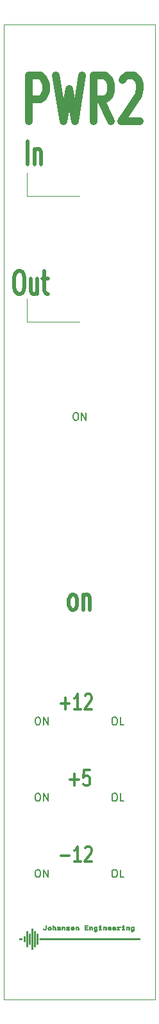
<source format=gbr>
%TF.GenerationSoftware,KiCad,Pcbnew,(5.1.5)-3*%
%TF.CreationDate,2020-03-17T21:30:24+01:00*%
%TF.ProjectId,KicadJE-EuroPowerSupply2-Faceplate,4b696361-644a-4452-9d45-75726f506f77,Rev A*%
%TF.SameCoordinates,Original*%
%TF.FileFunction,Legend,Top*%
%TF.FilePolarity,Positive*%
%FSLAX46Y46*%
G04 Gerber Fmt 4.6, Leading zero omitted, Abs format (unit mm)*
G04 Created by KiCad (PCBNEW (5.1.5)-3) date 2020-03-17 21:30:24*
%MOMM*%
%LPD*%
G04 APERTURE LIST*
%ADD10C,0.500000*%
%ADD11C,0.120000*%
%ADD12C,0.375000*%
%ADD13C,0.050000*%
%ADD14C,1.000000*%
%ADD15C,0.010000*%
%ADD16C,0.150000*%
G04 APERTURE END LIST*
D10*
X-47619Y-112857142D02*
X-238095Y-112714285D01*
X-333333Y-112571428D01*
X-428571Y-112285714D01*
X-428571Y-111428571D01*
X-333333Y-111142857D01*
X-238095Y-111000000D01*
X-47619Y-110857142D01*
X238095Y-110857142D01*
X428571Y-111000000D01*
X523809Y-111142857D01*
X619047Y-111428571D01*
X619047Y-112285714D01*
X523809Y-112571428D01*
X428571Y-112714285D01*
X238095Y-112857142D01*
X-47619Y-112857142D01*
X1476190Y-110857142D02*
X1476190Y-112857142D01*
X1476190Y-111142857D02*
X1571428Y-111000000D01*
X1761904Y-110857142D01*
X2047619Y-110857142D01*
X2238095Y-111000000D01*
X2333333Y-111285714D01*
X2333333Y-112857142D01*
D11*
X1000000Y-58500000D02*
X-6000000Y-58500000D01*
X-6000000Y-58500000D02*
X-6000000Y-55500000D01*
X-6000000Y-75000000D02*
X-6000000Y-72000000D01*
X1000000Y-75000000D02*
X-6000000Y-75000000D01*
D12*
X-1500000Y-125142857D02*
X-357142Y-125142857D01*
X-928571Y-125904761D02*
X-928571Y-124380952D01*
X1142857Y-125904761D02*
X285714Y-125904761D01*
X714285Y-125904761D02*
X714285Y-123904761D01*
X571428Y-124190476D01*
X428571Y-124380952D01*
X285714Y-124476190D01*
X1714285Y-124095238D02*
X1785714Y-124000000D01*
X1928571Y-123904761D01*
X2285714Y-123904761D01*
X2428571Y-124000000D01*
X2499999Y-124095238D01*
X2571428Y-124285714D01*
X2571428Y-124476190D01*
X2499999Y-124761904D01*
X1642857Y-125904761D01*
X2571428Y-125904761D01*
X-285714Y-135142857D02*
X857142Y-135142857D01*
X285714Y-135904761D02*
X285714Y-134380952D01*
X2285714Y-133904761D02*
X1571428Y-133904761D01*
X1499999Y-134857142D01*
X1571428Y-134761904D01*
X1714285Y-134666666D01*
X2071428Y-134666666D01*
X2214285Y-134761904D01*
X2285714Y-134857142D01*
X2357142Y-135047619D01*
X2357142Y-135523809D01*
X2285714Y-135714285D01*
X2214285Y-135809523D01*
X2071428Y-135904761D01*
X1714285Y-135904761D01*
X1571428Y-135809523D01*
X1499999Y-135714285D01*
X-1500000Y-145142857D02*
X-357142Y-145142857D01*
X1142857Y-145904761D02*
X285714Y-145904761D01*
X714285Y-145904761D02*
X714285Y-143904761D01*
X571428Y-144190476D01*
X428571Y-144380952D01*
X285714Y-144476190D01*
X1714285Y-144095238D02*
X1785714Y-144000000D01*
X1928571Y-143904761D01*
X2285714Y-143904761D01*
X2428571Y-144000000D01*
X2499999Y-144095238D01*
X2571428Y-144285714D01*
X2571428Y-144476190D01*
X2499999Y-144761904D01*
X1642857Y-145904761D01*
X2571428Y-145904761D01*
D10*
X-5904761Y-54357142D02*
X-5904761Y-51357142D01*
X-4952380Y-52357142D02*
X-4952380Y-54357142D01*
X-4952380Y-52642857D02*
X-4857142Y-52500000D01*
X-4666666Y-52357142D01*
X-4380952Y-52357142D01*
X-4190476Y-52500000D01*
X-4095238Y-52785714D01*
X-4095238Y-54357142D01*
X-7166666Y-68357142D02*
X-6785714Y-68357142D01*
X-6595238Y-68500000D01*
X-6404761Y-68785714D01*
X-6309523Y-69357142D01*
X-6309523Y-70357142D01*
X-6404761Y-70928571D01*
X-6595238Y-71214285D01*
X-6785714Y-71357142D01*
X-7166666Y-71357142D01*
X-7357142Y-71214285D01*
X-7547619Y-70928571D01*
X-7642857Y-70357142D01*
X-7642857Y-69357142D01*
X-7547619Y-68785714D01*
X-7357142Y-68500000D01*
X-7166666Y-68357142D01*
X-4595238Y-69357142D02*
X-4595238Y-71357142D01*
X-5452380Y-69357142D02*
X-5452380Y-70928571D01*
X-5357142Y-71214285D01*
X-5166666Y-71357142D01*
X-4880952Y-71357142D01*
X-4690476Y-71214285D01*
X-4595238Y-71071428D01*
X-3928571Y-69357142D02*
X-3166666Y-69357142D01*
X-3642857Y-68357142D02*
X-3642857Y-70928571D01*
X-3547619Y-71214285D01*
X-3357142Y-71357142D01*
X-3166666Y-71357142D01*
D13*
X-9000000Y-164000000D02*
X-9000000Y-36000000D01*
X11000000Y-164000000D02*
X-9000000Y-164000000D01*
X11000000Y-36000000D02*
X11000000Y-164000000D01*
X-9000000Y-36000000D02*
X11000000Y-36000000D01*
D14*
X-5738095Y-48714285D02*
X-5738095Y-42714285D01*
X-4214285Y-42714285D01*
X-3833333Y-43000000D01*
X-3642857Y-43285714D01*
X-3452380Y-43857142D01*
X-3452380Y-44714285D01*
X-3642857Y-45285714D01*
X-3833333Y-45571428D01*
X-4214285Y-45857142D01*
X-5738095Y-45857142D01*
X-2119047Y-42714285D02*
X-1166666Y-48714285D01*
X-404761Y-44428571D01*
X357142Y-48714285D01*
X1309523Y-42714285D01*
X5119047Y-48714285D02*
X3785714Y-45857142D01*
X2833333Y-48714285D02*
X2833333Y-42714285D01*
X4357142Y-42714285D01*
X4738095Y-43000000D01*
X4928571Y-43285714D01*
X5119047Y-43857142D01*
X5119047Y-44714285D01*
X4928571Y-45285714D01*
X4738095Y-45571428D01*
X4357142Y-45857142D01*
X2833333Y-45857142D01*
X6642857Y-43285714D02*
X6833333Y-43000000D01*
X7214285Y-42714285D01*
X8166666Y-42714285D01*
X8547619Y-43000000D01*
X8738095Y-43285714D01*
X8928571Y-43857142D01*
X8928571Y-44428571D01*
X8738095Y-45285714D01*
X6452380Y-48714285D01*
X8928571Y-48714285D01*
D15*
G36*
X6791200Y-154399800D02*
G01*
X6676900Y-154399800D01*
X6676900Y-154272800D01*
X6791200Y-154272800D01*
X6791200Y-154399800D01*
G37*
X6791200Y-154399800D02*
X6676900Y-154399800D01*
X6676900Y-154272800D01*
X6791200Y-154272800D01*
X6791200Y-154399800D01*
G36*
X3743200Y-154399800D02*
G01*
X3628900Y-154399800D01*
X3628900Y-154272800D01*
X3743200Y-154272800D01*
X3743200Y-154399800D01*
G37*
X3743200Y-154399800D02*
X3628900Y-154399800D01*
X3628900Y-154272800D01*
X3743200Y-154272800D01*
X3743200Y-154399800D01*
G36*
X7438114Y-154442318D02*
G01*
X7473195Y-154459123D01*
X7492674Y-154474926D01*
X7534150Y-154511953D01*
X7538239Y-154703526D01*
X7542329Y-154895100D01*
X7438900Y-154895100D01*
X7438900Y-154730907D01*
X7438314Y-154659817D01*
X7436253Y-154609877D01*
X7432258Y-154576854D01*
X7425870Y-154556520D01*
X7418942Y-154546757D01*
X7385287Y-154528974D01*
X7345560Y-154530874D01*
X7306502Y-154550204D01*
X7274851Y-154584714D01*
X7268062Y-154597154D01*
X7256927Y-154633806D01*
X7250505Y-154688629D01*
X7248400Y-154765050D01*
X7248400Y-154895100D01*
X7146800Y-154895100D01*
X7146800Y-154450600D01*
X7197600Y-154450600D01*
X7230192Y-154452142D01*
X7244681Y-154460281D01*
X7248330Y-154480282D01*
X7248400Y-154487430D01*
X7248400Y-154524260D01*
X7291580Y-154481080D01*
X7323768Y-154453238D01*
X7354315Y-154440684D01*
X7392979Y-154437900D01*
X7438114Y-154442318D01*
G37*
X7438114Y-154442318D02*
X7473195Y-154459123D01*
X7492674Y-154474926D01*
X7534150Y-154511953D01*
X7538239Y-154703526D01*
X7542329Y-154895100D01*
X7438900Y-154895100D01*
X7438900Y-154730907D01*
X7438314Y-154659817D01*
X7436253Y-154609877D01*
X7432258Y-154576854D01*
X7425870Y-154556520D01*
X7418942Y-154546757D01*
X7385287Y-154528974D01*
X7345560Y-154530874D01*
X7306502Y-154550204D01*
X7274851Y-154584714D01*
X7268062Y-154597154D01*
X7256927Y-154633806D01*
X7250505Y-154688629D01*
X7248400Y-154765050D01*
X7248400Y-154895100D01*
X7146800Y-154895100D01*
X7146800Y-154450600D01*
X7197600Y-154450600D01*
X7230192Y-154452142D01*
X7244681Y-154460281D01*
X7248330Y-154480282D01*
X7248400Y-154487430D01*
X7248400Y-154524260D01*
X7291580Y-154481080D01*
X7323768Y-154453238D01*
X7354315Y-154440684D01*
X7392979Y-154437900D01*
X7438114Y-154442318D01*
G36*
X6791200Y-154806200D02*
G01*
X6842000Y-154806200D01*
X6874525Y-154807545D01*
X6888979Y-154815854D01*
X6892686Y-154837533D01*
X6892800Y-154850650D01*
X6892800Y-154895100D01*
X6588000Y-154895100D01*
X6588000Y-154850650D01*
X6589965Y-154820858D01*
X6601057Y-154808640D01*
X6629066Y-154806205D01*
X6632450Y-154806200D01*
X6676900Y-154806200D01*
X6676900Y-154539500D01*
X6632450Y-154539500D01*
X6602658Y-154537534D01*
X6590440Y-154526442D01*
X6588005Y-154498433D01*
X6588000Y-154495050D01*
X6588000Y-154450600D01*
X6791200Y-154450600D01*
X6791200Y-154806200D01*
G37*
X6791200Y-154806200D02*
X6842000Y-154806200D01*
X6874525Y-154807545D01*
X6888979Y-154815854D01*
X6892686Y-154837533D01*
X6892800Y-154850650D01*
X6892800Y-154895100D01*
X6588000Y-154895100D01*
X6588000Y-154850650D01*
X6589965Y-154820858D01*
X6601057Y-154808640D01*
X6629066Y-154806205D01*
X6632450Y-154806200D01*
X6676900Y-154806200D01*
X6676900Y-154539500D01*
X6632450Y-154539500D01*
X6602658Y-154537534D01*
X6590440Y-154526442D01*
X6588005Y-154498433D01*
X6588000Y-154495050D01*
X6588000Y-154450600D01*
X6791200Y-154450600D01*
X6791200Y-154806200D01*
G36*
X6333699Y-154440912D02*
G01*
X6358516Y-154450885D01*
X6365016Y-154470931D01*
X6358113Y-154499630D01*
X6347462Y-154525131D01*
X6333608Y-154535481D01*
X6307593Y-154535040D01*
X6290351Y-154532606D01*
X6229116Y-154533141D01*
X6175228Y-154551791D01*
X6135106Y-154585879D01*
X6125293Y-154601368D01*
X6112681Y-154641577D01*
X6106047Y-154697735D01*
X6105400Y-154723019D01*
X6105400Y-154806200D01*
X6156200Y-154806200D01*
X6188725Y-154807545D01*
X6203179Y-154815854D01*
X6206886Y-154837533D01*
X6207000Y-154850650D01*
X6207000Y-154895100D01*
X5902200Y-154895100D01*
X5902200Y-154850650D01*
X5903737Y-154822190D01*
X5913233Y-154809542D01*
X5938010Y-154806299D01*
X5953000Y-154806200D01*
X6003800Y-154806200D01*
X6003800Y-154526800D01*
X5953000Y-154526800D01*
X5920426Y-154525295D01*
X5905946Y-154517142D01*
X5902280Y-154496881D01*
X5902200Y-154488700D01*
X5902200Y-154450600D01*
X6105400Y-154450600D01*
X6105400Y-154532890D01*
X6138393Y-154497307D01*
X6182463Y-154460769D01*
X6233745Y-154442216D01*
X6287201Y-154438094D01*
X6333699Y-154440912D01*
G37*
X6333699Y-154440912D02*
X6358516Y-154450885D01*
X6365016Y-154470931D01*
X6358113Y-154499630D01*
X6347462Y-154525131D01*
X6333608Y-154535481D01*
X6307593Y-154535040D01*
X6290351Y-154532606D01*
X6229116Y-154533141D01*
X6175228Y-154551791D01*
X6135106Y-154585879D01*
X6125293Y-154601368D01*
X6112681Y-154641577D01*
X6106047Y-154697735D01*
X6105400Y-154723019D01*
X6105400Y-154806200D01*
X6156200Y-154806200D01*
X6188725Y-154807545D01*
X6203179Y-154815854D01*
X6206886Y-154837533D01*
X6207000Y-154850650D01*
X6207000Y-154895100D01*
X5902200Y-154895100D01*
X5902200Y-154850650D01*
X5903737Y-154822190D01*
X5913233Y-154809542D01*
X5938010Y-154806299D01*
X5953000Y-154806200D01*
X6003800Y-154806200D01*
X6003800Y-154526800D01*
X5953000Y-154526800D01*
X5920426Y-154525295D01*
X5905946Y-154517142D01*
X5902280Y-154496881D01*
X5902200Y-154488700D01*
X5902200Y-154450600D01*
X6105400Y-154450600D01*
X6105400Y-154532890D01*
X6138393Y-154497307D01*
X6182463Y-154460769D01*
X6233745Y-154442216D01*
X6287201Y-154438094D01*
X6333699Y-154440912D01*
G36*
X4390114Y-154442318D02*
G01*
X4425195Y-154459123D01*
X4444674Y-154474926D01*
X4486150Y-154511953D01*
X4490239Y-154703526D01*
X4494329Y-154895100D01*
X4390900Y-154895100D01*
X4390900Y-154730907D01*
X4390314Y-154659817D01*
X4388253Y-154609877D01*
X4384258Y-154576854D01*
X4377870Y-154556520D01*
X4370942Y-154546757D01*
X4337287Y-154528974D01*
X4297560Y-154530874D01*
X4258502Y-154550204D01*
X4226851Y-154584714D01*
X4220062Y-154597154D01*
X4208927Y-154633806D01*
X4202505Y-154688629D01*
X4200400Y-154765050D01*
X4200400Y-154895100D01*
X4098800Y-154895100D01*
X4098800Y-154450600D01*
X4149600Y-154450600D01*
X4182192Y-154452142D01*
X4196681Y-154460281D01*
X4200330Y-154480282D01*
X4200400Y-154487430D01*
X4200400Y-154524260D01*
X4243580Y-154481080D01*
X4275768Y-154453238D01*
X4306315Y-154440684D01*
X4344979Y-154437900D01*
X4390114Y-154442318D01*
G37*
X4390114Y-154442318D02*
X4425195Y-154459123D01*
X4444674Y-154474926D01*
X4486150Y-154511953D01*
X4490239Y-154703526D01*
X4494329Y-154895100D01*
X4390900Y-154895100D01*
X4390900Y-154730907D01*
X4390314Y-154659817D01*
X4388253Y-154609877D01*
X4384258Y-154576854D01*
X4377870Y-154556520D01*
X4370942Y-154546757D01*
X4337287Y-154528974D01*
X4297560Y-154530874D01*
X4258502Y-154550204D01*
X4226851Y-154584714D01*
X4220062Y-154597154D01*
X4208927Y-154633806D01*
X4202505Y-154688629D01*
X4200400Y-154765050D01*
X4200400Y-154895100D01*
X4098800Y-154895100D01*
X4098800Y-154450600D01*
X4149600Y-154450600D01*
X4182192Y-154452142D01*
X4196681Y-154460281D01*
X4200330Y-154480282D01*
X4200400Y-154487430D01*
X4200400Y-154524260D01*
X4243580Y-154481080D01*
X4275768Y-154453238D01*
X4306315Y-154440684D01*
X4344979Y-154437900D01*
X4390114Y-154442318D01*
G36*
X3743200Y-154806200D02*
G01*
X3794000Y-154806200D01*
X3826525Y-154807545D01*
X3840979Y-154815854D01*
X3844686Y-154837533D01*
X3844800Y-154850650D01*
X3844800Y-154895100D01*
X3540000Y-154895100D01*
X3540000Y-154850650D01*
X3541965Y-154820858D01*
X3553057Y-154808640D01*
X3581066Y-154806205D01*
X3584450Y-154806200D01*
X3628900Y-154806200D01*
X3628900Y-154539500D01*
X3584450Y-154539500D01*
X3554658Y-154537534D01*
X3542440Y-154526442D01*
X3540005Y-154498433D01*
X3540000Y-154495050D01*
X3540000Y-154450600D01*
X3743200Y-154450600D01*
X3743200Y-154806200D01*
G37*
X3743200Y-154806200D02*
X3794000Y-154806200D01*
X3826525Y-154807545D01*
X3840979Y-154815854D01*
X3844686Y-154837533D01*
X3844800Y-154850650D01*
X3844800Y-154895100D01*
X3540000Y-154895100D01*
X3540000Y-154850650D01*
X3541965Y-154820858D01*
X3553057Y-154808640D01*
X3581066Y-154806205D01*
X3584450Y-154806200D01*
X3628900Y-154806200D01*
X3628900Y-154539500D01*
X3584450Y-154539500D01*
X3554658Y-154537534D01*
X3542440Y-154526442D01*
X3540005Y-154498433D01*
X3540000Y-154495050D01*
X3540000Y-154450600D01*
X3743200Y-154450600D01*
X3743200Y-154806200D01*
G36*
X2561314Y-154442318D02*
G01*
X2596395Y-154459123D01*
X2615874Y-154474926D01*
X2657350Y-154511953D01*
X2661439Y-154703526D01*
X2665529Y-154895100D01*
X2562100Y-154895100D01*
X2562100Y-154730907D01*
X2561514Y-154659817D01*
X2559453Y-154609877D01*
X2555458Y-154576854D01*
X2549070Y-154556520D01*
X2542142Y-154546757D01*
X2508487Y-154528974D01*
X2468760Y-154530874D01*
X2429702Y-154550204D01*
X2398051Y-154584714D01*
X2391262Y-154597154D01*
X2380127Y-154633806D01*
X2373705Y-154688629D01*
X2371600Y-154765050D01*
X2371600Y-154895100D01*
X2270000Y-154895100D01*
X2270000Y-154450600D01*
X2320800Y-154450600D01*
X2353392Y-154452142D01*
X2367881Y-154460281D01*
X2371530Y-154480282D01*
X2371600Y-154487430D01*
X2371600Y-154524260D01*
X2414780Y-154481080D01*
X2446968Y-154453238D01*
X2477515Y-154440684D01*
X2516179Y-154437900D01*
X2561314Y-154442318D01*
G37*
X2561314Y-154442318D02*
X2596395Y-154459123D01*
X2615874Y-154474926D01*
X2657350Y-154511953D01*
X2661439Y-154703526D01*
X2665529Y-154895100D01*
X2562100Y-154895100D01*
X2562100Y-154730907D01*
X2561514Y-154659817D01*
X2559453Y-154609877D01*
X2555458Y-154576854D01*
X2549070Y-154556520D01*
X2542142Y-154546757D01*
X2508487Y-154528974D01*
X2468760Y-154530874D01*
X2429702Y-154550204D01*
X2398051Y-154584714D01*
X2391262Y-154597154D01*
X2380127Y-154633806D01*
X2373705Y-154688629D01*
X2371600Y-154765050D01*
X2371600Y-154895100D01*
X2270000Y-154895100D01*
X2270000Y-154450600D01*
X2320800Y-154450600D01*
X2353392Y-154452142D01*
X2367881Y-154460281D01*
X2371530Y-154480282D01*
X2371600Y-154487430D01*
X2371600Y-154524260D01*
X2414780Y-154481080D01*
X2446968Y-154453238D01*
X2477515Y-154440684D01*
X2516179Y-154437900D01*
X2561314Y-154442318D01*
G36*
X2054100Y-154361700D02*
G01*
X1762000Y-154361700D01*
X1762000Y-154539500D01*
X1990600Y-154539500D01*
X1990600Y-154628400D01*
X1762000Y-154628400D01*
X1762000Y-154806200D01*
X2054100Y-154806200D01*
X2054100Y-154895100D01*
X1660400Y-154895100D01*
X1660400Y-154272800D01*
X2054100Y-154272800D01*
X2054100Y-154361700D01*
G37*
X2054100Y-154361700D02*
X1762000Y-154361700D01*
X1762000Y-154539500D01*
X1990600Y-154539500D01*
X1990600Y-154628400D01*
X1762000Y-154628400D01*
X1762000Y-154806200D01*
X2054100Y-154806200D01*
X2054100Y-154895100D01*
X1660400Y-154895100D01*
X1660400Y-154272800D01*
X2054100Y-154272800D01*
X2054100Y-154361700D01*
G36*
X745214Y-154442318D02*
G01*
X780295Y-154459123D01*
X799774Y-154474926D01*
X841250Y-154511953D01*
X845339Y-154703526D01*
X849429Y-154895100D01*
X746000Y-154895100D01*
X746000Y-154730907D01*
X745414Y-154659817D01*
X743353Y-154609877D01*
X739358Y-154576854D01*
X732970Y-154556520D01*
X726042Y-154546757D01*
X692387Y-154528974D01*
X652660Y-154530874D01*
X613602Y-154550204D01*
X581951Y-154584714D01*
X575162Y-154597154D01*
X564027Y-154633806D01*
X557605Y-154688629D01*
X555500Y-154765050D01*
X555500Y-154895100D01*
X453900Y-154895100D01*
X453900Y-154450600D01*
X504700Y-154450600D01*
X537292Y-154452142D01*
X551781Y-154460281D01*
X555430Y-154480282D01*
X555500Y-154487430D01*
X555500Y-154524260D01*
X598680Y-154481080D01*
X630868Y-154453238D01*
X661415Y-154440684D01*
X700079Y-154437900D01*
X745214Y-154442318D01*
G37*
X745214Y-154442318D02*
X780295Y-154459123D01*
X799774Y-154474926D01*
X841250Y-154511953D01*
X845339Y-154703526D01*
X849429Y-154895100D01*
X746000Y-154895100D01*
X746000Y-154730907D01*
X745414Y-154659817D01*
X743353Y-154609877D01*
X739358Y-154576854D01*
X732970Y-154556520D01*
X726042Y-154546757D01*
X692387Y-154528974D01*
X652660Y-154530874D01*
X613602Y-154550204D01*
X581951Y-154584714D01*
X575162Y-154597154D01*
X564027Y-154633806D01*
X557605Y-154688629D01*
X555500Y-154765050D01*
X555500Y-154895100D01*
X453900Y-154895100D01*
X453900Y-154450600D01*
X504700Y-154450600D01*
X537292Y-154452142D01*
X551781Y-154460281D01*
X555430Y-154480282D01*
X555500Y-154487430D01*
X555500Y-154524260D01*
X598680Y-154481080D01*
X630868Y-154453238D01*
X661415Y-154440684D01*
X700079Y-154437900D01*
X745214Y-154442318D01*
G36*
X-1083586Y-154442318D02*
G01*
X-1048505Y-154459123D01*
X-1029026Y-154474926D01*
X-987550Y-154511953D01*
X-983461Y-154703526D01*
X-979371Y-154895100D01*
X-1082800Y-154895100D01*
X-1082800Y-154730907D01*
X-1083386Y-154659817D01*
X-1085447Y-154609877D01*
X-1089442Y-154576854D01*
X-1095830Y-154556520D01*
X-1102758Y-154546757D01*
X-1136413Y-154528974D01*
X-1176140Y-154530874D01*
X-1215198Y-154550204D01*
X-1246849Y-154584714D01*
X-1253638Y-154597154D01*
X-1264773Y-154633806D01*
X-1271195Y-154688629D01*
X-1273300Y-154765050D01*
X-1273300Y-154895100D01*
X-1374900Y-154895100D01*
X-1374900Y-154450600D01*
X-1324100Y-154450600D01*
X-1291508Y-154452142D01*
X-1277019Y-154460281D01*
X-1273370Y-154480282D01*
X-1273300Y-154487430D01*
X-1273300Y-154524260D01*
X-1230120Y-154481080D01*
X-1197932Y-154453238D01*
X-1167385Y-154440684D01*
X-1128721Y-154437900D01*
X-1083586Y-154442318D01*
G37*
X-1083586Y-154442318D02*
X-1048505Y-154459123D01*
X-1029026Y-154474926D01*
X-987550Y-154511953D01*
X-983461Y-154703526D01*
X-979371Y-154895100D01*
X-1082800Y-154895100D01*
X-1082800Y-154730907D01*
X-1083386Y-154659817D01*
X-1085447Y-154609877D01*
X-1089442Y-154576854D01*
X-1095830Y-154556520D01*
X-1102758Y-154546757D01*
X-1136413Y-154528974D01*
X-1176140Y-154530874D01*
X-1215198Y-154550204D01*
X-1246849Y-154584714D01*
X-1253638Y-154597154D01*
X-1264773Y-154633806D01*
X-1271195Y-154688629D01*
X-1273300Y-154765050D01*
X-1273300Y-154895100D01*
X-1374900Y-154895100D01*
X-1374900Y-154450600D01*
X-1324100Y-154450600D01*
X-1291508Y-154452142D01*
X-1277019Y-154460281D01*
X-1273370Y-154480282D01*
X-1273300Y-154487430D01*
X-1273300Y-154524260D01*
X-1230120Y-154481080D01*
X-1197932Y-154453238D01*
X-1167385Y-154440684D01*
X-1128721Y-154437900D01*
X-1083586Y-154442318D01*
G36*
X-2492500Y-154527200D02*
G01*
X-2456821Y-154487268D01*
X-2427389Y-154460600D01*
X-2393523Y-154446655D01*
X-2357035Y-154441176D01*
X-2316057Y-154439143D01*
X-2288191Y-154445321D01*
X-2261577Y-154463284D01*
X-2249839Y-154473485D01*
X-2206750Y-154511953D01*
X-2202661Y-154703526D01*
X-2198571Y-154895100D01*
X-2302000Y-154895100D01*
X-2302000Y-154730907D01*
X-2302586Y-154659817D01*
X-2304647Y-154609877D01*
X-2308642Y-154576854D01*
X-2315030Y-154556520D01*
X-2321958Y-154546757D01*
X-2355613Y-154528974D01*
X-2395340Y-154530874D01*
X-2434398Y-154550204D01*
X-2466049Y-154584714D01*
X-2472838Y-154597154D01*
X-2483973Y-154633806D01*
X-2490395Y-154688629D01*
X-2492500Y-154765050D01*
X-2492500Y-154895100D01*
X-2594100Y-154895100D01*
X-2594100Y-154272800D01*
X-2492500Y-154272800D01*
X-2492500Y-154527200D01*
G37*
X-2492500Y-154527200D02*
X-2456821Y-154487268D01*
X-2427389Y-154460600D01*
X-2393523Y-154446655D01*
X-2357035Y-154441176D01*
X-2316057Y-154439143D01*
X-2288191Y-154445321D01*
X-2261577Y-154463284D01*
X-2249839Y-154473485D01*
X-2206750Y-154511953D01*
X-2202661Y-154703526D01*
X-2198571Y-154895100D01*
X-2302000Y-154895100D01*
X-2302000Y-154730907D01*
X-2302586Y-154659817D01*
X-2304647Y-154609877D01*
X-2308642Y-154576854D01*
X-2315030Y-154556520D01*
X-2321958Y-154546757D01*
X-2355613Y-154528974D01*
X-2395340Y-154530874D01*
X-2434398Y-154550204D01*
X-2466049Y-154584714D01*
X-2472838Y-154597154D01*
X-2483973Y-154633806D01*
X-2490395Y-154688629D01*
X-2492500Y-154765050D01*
X-2492500Y-154895100D01*
X-2594100Y-154895100D01*
X-2594100Y-154272800D01*
X-2492500Y-154272800D01*
X-2492500Y-154527200D01*
G36*
X5580413Y-154445787D02*
G01*
X5642081Y-154470491D01*
X5682518Y-154503111D01*
X5717361Y-154555044D01*
X5744231Y-154623481D01*
X5755115Y-154669675D01*
X5763650Y-154717300D01*
X5382044Y-154717300D01*
X5396231Y-154748437D01*
X5422015Y-154779278D01*
X5463617Y-154803967D01*
X5511480Y-154817471D01*
X5529469Y-154818621D01*
X5563706Y-154813124D01*
X5605711Y-154799704D01*
X5619304Y-154793985D01*
X5672959Y-154769628D01*
X5698501Y-154802101D01*
X5724044Y-154834573D01*
X5692542Y-154859353D01*
X5634692Y-154890285D01*
X5564466Y-154905651D01*
X5490081Y-154904756D01*
X5419751Y-154886909D01*
X5410914Y-154883118D01*
X5354086Y-154844411D01*
X5313056Y-154790243D01*
X5288965Y-154725896D01*
X5282956Y-154656654D01*
X5292211Y-154608435D01*
X5393971Y-154608435D01*
X5404865Y-154619892D01*
X5436586Y-154626036D01*
X5491057Y-154628276D01*
X5514850Y-154628400D01*
X5574137Y-154627503D01*
X5611624Y-154624482D01*
X5630856Y-154618842D01*
X5635500Y-154611563D01*
X5626899Y-154592145D01*
X5605878Y-154566977D01*
X5602726Y-154563938D01*
X5568051Y-154541118D01*
X5523684Y-154533285D01*
X5514850Y-154533150D01*
X5467831Y-154538951D01*
X5432384Y-154559083D01*
X5426973Y-154563938D01*
X5401981Y-154590254D01*
X5393971Y-154608435D01*
X5292211Y-154608435D01*
X5296172Y-154587800D01*
X5329753Y-154524617D01*
X5332623Y-154520889D01*
X5382212Y-154476662D01*
X5444216Y-154449191D01*
X5512370Y-154438794D01*
X5580413Y-154445787D01*
G37*
X5580413Y-154445787D02*
X5642081Y-154470491D01*
X5682518Y-154503111D01*
X5717361Y-154555044D01*
X5744231Y-154623481D01*
X5755115Y-154669675D01*
X5763650Y-154717300D01*
X5382044Y-154717300D01*
X5396231Y-154748437D01*
X5422015Y-154779278D01*
X5463617Y-154803967D01*
X5511480Y-154817471D01*
X5529469Y-154818621D01*
X5563706Y-154813124D01*
X5605711Y-154799704D01*
X5619304Y-154793985D01*
X5672959Y-154769628D01*
X5698501Y-154802101D01*
X5724044Y-154834573D01*
X5692542Y-154859353D01*
X5634692Y-154890285D01*
X5564466Y-154905651D01*
X5490081Y-154904756D01*
X5419751Y-154886909D01*
X5410914Y-154883118D01*
X5354086Y-154844411D01*
X5313056Y-154790243D01*
X5288965Y-154725896D01*
X5282956Y-154656654D01*
X5292211Y-154608435D01*
X5393971Y-154608435D01*
X5404865Y-154619892D01*
X5436586Y-154626036D01*
X5491057Y-154628276D01*
X5514850Y-154628400D01*
X5574137Y-154627503D01*
X5611624Y-154624482D01*
X5630856Y-154618842D01*
X5635500Y-154611563D01*
X5626899Y-154592145D01*
X5605878Y-154566977D01*
X5602726Y-154563938D01*
X5568051Y-154541118D01*
X5523684Y-154533285D01*
X5514850Y-154533150D01*
X5467831Y-154538951D01*
X5432384Y-154559083D01*
X5426973Y-154563938D01*
X5401981Y-154590254D01*
X5393971Y-154608435D01*
X5292211Y-154608435D01*
X5296172Y-154587800D01*
X5329753Y-154524617D01*
X5332623Y-154520889D01*
X5382212Y-154476662D01*
X5444216Y-154449191D01*
X5512370Y-154438794D01*
X5580413Y-154445787D01*
G36*
X4970813Y-154445787D02*
G01*
X5032481Y-154470491D01*
X5072918Y-154503111D01*
X5107761Y-154555044D01*
X5134631Y-154623481D01*
X5145515Y-154669675D01*
X5154050Y-154717300D01*
X4772444Y-154717300D01*
X4786631Y-154748437D01*
X4812415Y-154779278D01*
X4854017Y-154803967D01*
X4901880Y-154817471D01*
X4919869Y-154818621D01*
X4954106Y-154813124D01*
X4996111Y-154799704D01*
X5009704Y-154793985D01*
X5063359Y-154769628D01*
X5088901Y-154802101D01*
X5114444Y-154834573D01*
X5082942Y-154859353D01*
X5025092Y-154890285D01*
X4954866Y-154905651D01*
X4880481Y-154904756D01*
X4810151Y-154886909D01*
X4801314Y-154883118D01*
X4744486Y-154844411D01*
X4703456Y-154790243D01*
X4679365Y-154725896D01*
X4673356Y-154656654D01*
X4682611Y-154608435D01*
X4784371Y-154608435D01*
X4795265Y-154619892D01*
X4826986Y-154626036D01*
X4881457Y-154628276D01*
X4905250Y-154628400D01*
X4964537Y-154627503D01*
X5002024Y-154624482D01*
X5021256Y-154618842D01*
X5025900Y-154611563D01*
X5017299Y-154592145D01*
X4996278Y-154566977D01*
X4993126Y-154563938D01*
X4958451Y-154541118D01*
X4914084Y-154533285D01*
X4905250Y-154533150D01*
X4858231Y-154538951D01*
X4822784Y-154559083D01*
X4817373Y-154563938D01*
X4792381Y-154590254D01*
X4784371Y-154608435D01*
X4682611Y-154608435D01*
X4686572Y-154587800D01*
X4720153Y-154524617D01*
X4723023Y-154520889D01*
X4772612Y-154476662D01*
X4834616Y-154449191D01*
X4902770Y-154438794D01*
X4970813Y-154445787D01*
G37*
X4970813Y-154445787D02*
X5032481Y-154470491D01*
X5072918Y-154503111D01*
X5107761Y-154555044D01*
X5134631Y-154623481D01*
X5145515Y-154669675D01*
X5154050Y-154717300D01*
X4772444Y-154717300D01*
X4786631Y-154748437D01*
X4812415Y-154779278D01*
X4854017Y-154803967D01*
X4901880Y-154817471D01*
X4919869Y-154818621D01*
X4954106Y-154813124D01*
X4996111Y-154799704D01*
X5009704Y-154793985D01*
X5063359Y-154769628D01*
X5088901Y-154802101D01*
X5114444Y-154834573D01*
X5082942Y-154859353D01*
X5025092Y-154890285D01*
X4954866Y-154905651D01*
X4880481Y-154904756D01*
X4810151Y-154886909D01*
X4801314Y-154883118D01*
X4744486Y-154844411D01*
X4703456Y-154790243D01*
X4679365Y-154725896D01*
X4673356Y-154656654D01*
X4682611Y-154608435D01*
X4784371Y-154608435D01*
X4795265Y-154619892D01*
X4826986Y-154626036D01*
X4881457Y-154628276D01*
X4905250Y-154628400D01*
X4964537Y-154627503D01*
X5002024Y-154624482D01*
X5021256Y-154618842D01*
X5025900Y-154611563D01*
X5017299Y-154592145D01*
X4996278Y-154566977D01*
X4993126Y-154563938D01*
X4958451Y-154541118D01*
X4914084Y-154533285D01*
X4905250Y-154533150D01*
X4858231Y-154538951D01*
X4822784Y-154559083D01*
X4817373Y-154563938D01*
X4792381Y-154590254D01*
X4784371Y-154608435D01*
X4682611Y-154608435D01*
X4686572Y-154587800D01*
X4720153Y-154524617D01*
X4723023Y-154520889D01*
X4772612Y-154476662D01*
X4834616Y-154449191D01*
X4902770Y-154438794D01*
X4970813Y-154445787D01*
G36*
X106713Y-154445787D02*
G01*
X168381Y-154470491D01*
X208818Y-154503111D01*
X243661Y-154555044D01*
X270531Y-154623481D01*
X281415Y-154669675D01*
X289950Y-154717300D01*
X-91656Y-154717300D01*
X-77469Y-154748437D01*
X-51685Y-154779278D01*
X-10083Y-154803967D01*
X37780Y-154817471D01*
X55769Y-154818621D01*
X90006Y-154813124D01*
X132011Y-154799704D01*
X145604Y-154793985D01*
X199259Y-154769628D01*
X224801Y-154802101D01*
X250344Y-154834573D01*
X218842Y-154859353D01*
X160992Y-154890285D01*
X90766Y-154905651D01*
X16381Y-154904756D01*
X-53949Y-154886909D01*
X-62786Y-154883118D01*
X-119614Y-154844411D01*
X-160644Y-154790243D01*
X-184735Y-154725896D01*
X-190744Y-154656654D01*
X-181489Y-154608435D01*
X-79729Y-154608435D01*
X-68835Y-154619892D01*
X-37114Y-154626036D01*
X17357Y-154628276D01*
X41150Y-154628400D01*
X100437Y-154627503D01*
X137924Y-154624482D01*
X157156Y-154618842D01*
X161800Y-154611563D01*
X153199Y-154592145D01*
X132178Y-154566977D01*
X129026Y-154563938D01*
X94351Y-154541118D01*
X49984Y-154533285D01*
X41150Y-154533150D01*
X-5869Y-154538951D01*
X-41316Y-154559083D01*
X-46727Y-154563938D01*
X-71719Y-154590254D01*
X-79729Y-154608435D01*
X-181489Y-154608435D01*
X-177528Y-154587800D01*
X-143947Y-154524617D01*
X-141077Y-154520889D01*
X-91488Y-154476662D01*
X-29484Y-154449191D01*
X38670Y-154438794D01*
X106713Y-154445787D01*
G37*
X106713Y-154445787D02*
X168381Y-154470491D01*
X208818Y-154503111D01*
X243661Y-154555044D01*
X270531Y-154623481D01*
X281415Y-154669675D01*
X289950Y-154717300D01*
X-91656Y-154717300D01*
X-77469Y-154748437D01*
X-51685Y-154779278D01*
X-10083Y-154803967D01*
X37780Y-154817471D01*
X55769Y-154818621D01*
X90006Y-154813124D01*
X132011Y-154799704D01*
X145604Y-154793985D01*
X199259Y-154769628D01*
X224801Y-154802101D01*
X250344Y-154834573D01*
X218842Y-154859353D01*
X160992Y-154890285D01*
X90766Y-154905651D01*
X16381Y-154904756D01*
X-53949Y-154886909D01*
X-62786Y-154883118D01*
X-119614Y-154844411D01*
X-160644Y-154790243D01*
X-184735Y-154725896D01*
X-190744Y-154656654D01*
X-181489Y-154608435D01*
X-79729Y-154608435D01*
X-68835Y-154619892D01*
X-37114Y-154626036D01*
X17357Y-154628276D01*
X41150Y-154628400D01*
X100437Y-154627503D01*
X137924Y-154624482D01*
X157156Y-154618842D01*
X161800Y-154611563D01*
X153199Y-154592145D01*
X132178Y-154566977D01*
X129026Y-154563938D01*
X94351Y-154541118D01*
X49984Y-154533285D01*
X41150Y-154533150D01*
X-5869Y-154538951D01*
X-41316Y-154559083D01*
X-46727Y-154563938D01*
X-71719Y-154590254D01*
X-79729Y-154608435D01*
X-181489Y-154608435D01*
X-177528Y-154587800D01*
X-143947Y-154524617D01*
X-141077Y-154520889D01*
X-91488Y-154476662D01*
X-29484Y-154449191D01*
X38670Y-154438794D01*
X106713Y-154445787D01*
G36*
X-499368Y-154444386D02*
G01*
X-444160Y-154458028D01*
X-404078Y-154478107D01*
X-399511Y-154481961D01*
X-390917Y-154503001D01*
X-395732Y-154528982D01*
X-409704Y-154550658D01*
X-428581Y-154558784D01*
X-434188Y-154557362D01*
X-484964Y-154541203D01*
X-539754Y-154532510D01*
X-592266Y-154531212D01*
X-636210Y-154537235D01*
X-665296Y-154550507D01*
X-672404Y-154560104D01*
X-674927Y-154576955D01*
X-665480Y-154590282D01*
X-640613Y-154601783D01*
X-596880Y-154613152D01*
X-542769Y-154623894D01*
X-466464Y-154641949D01*
X-412706Y-154664676D01*
X-378777Y-154694158D01*
X-361955Y-154732478D01*
X-358900Y-154764728D01*
X-370255Y-154815487D01*
X-401971Y-154856412D01*
X-450525Y-154886315D01*
X-512393Y-154904004D01*
X-584053Y-154908289D01*
X-661981Y-154897982D01*
X-711575Y-154883852D01*
X-749830Y-154869782D01*
X-777502Y-154858020D01*
X-786310Y-154852924D01*
X-787249Y-154837125D01*
X-779123Y-154809004D01*
X-777766Y-154805634D01*
X-768832Y-154785529D01*
X-758980Y-154775070D01*
X-742547Y-154773986D01*
X-713871Y-154782007D01*
X-667288Y-154798863D01*
X-663700Y-154800186D01*
X-589338Y-154815855D01*
X-545478Y-154815520D01*
X-493214Y-154805698D01*
X-464901Y-154790062D01*
X-460543Y-154771258D01*
X-480141Y-154751932D01*
X-523697Y-154734730D01*
X-545407Y-154729532D01*
X-615533Y-154714410D01*
X-665449Y-154701934D01*
X-699967Y-154690387D01*
X-723902Y-154678053D01*
X-742064Y-154663218D01*
X-747663Y-154657425D01*
X-773593Y-154613509D01*
X-777138Y-154566210D01*
X-760004Y-154520198D01*
X-723896Y-154480141D01*
X-672399Y-154451407D01*
X-621821Y-154440142D01*
X-561366Y-154438113D01*
X-499368Y-154444386D01*
G37*
X-499368Y-154444386D02*
X-444160Y-154458028D01*
X-404078Y-154478107D01*
X-399511Y-154481961D01*
X-390917Y-154503001D01*
X-395732Y-154528982D01*
X-409704Y-154550658D01*
X-428581Y-154558784D01*
X-434188Y-154557362D01*
X-484964Y-154541203D01*
X-539754Y-154532510D01*
X-592266Y-154531212D01*
X-636210Y-154537235D01*
X-665296Y-154550507D01*
X-672404Y-154560104D01*
X-674927Y-154576955D01*
X-665480Y-154590282D01*
X-640613Y-154601783D01*
X-596880Y-154613152D01*
X-542769Y-154623894D01*
X-466464Y-154641949D01*
X-412706Y-154664676D01*
X-378777Y-154694158D01*
X-361955Y-154732478D01*
X-358900Y-154764728D01*
X-370255Y-154815487D01*
X-401971Y-154856412D01*
X-450525Y-154886315D01*
X-512393Y-154904004D01*
X-584053Y-154908289D01*
X-661981Y-154897982D01*
X-711575Y-154883852D01*
X-749830Y-154869782D01*
X-777502Y-154858020D01*
X-786310Y-154852924D01*
X-787249Y-154837125D01*
X-779123Y-154809004D01*
X-777766Y-154805634D01*
X-768832Y-154785529D01*
X-758980Y-154775070D01*
X-742547Y-154773986D01*
X-713871Y-154782007D01*
X-667288Y-154798863D01*
X-663700Y-154800186D01*
X-589338Y-154815855D01*
X-545478Y-154815520D01*
X-493214Y-154805698D01*
X-464901Y-154790062D01*
X-460543Y-154771258D01*
X-480141Y-154751932D01*
X-523697Y-154734730D01*
X-545407Y-154729532D01*
X-615533Y-154714410D01*
X-665449Y-154701934D01*
X-699967Y-154690387D01*
X-723902Y-154678053D01*
X-742064Y-154663218D01*
X-747663Y-154657425D01*
X-773593Y-154613509D01*
X-777138Y-154566210D01*
X-760004Y-154520198D01*
X-723896Y-154480141D01*
X-672399Y-154451407D01*
X-621821Y-154440142D01*
X-561366Y-154438113D01*
X-499368Y-154444386D01*
G36*
X-1689740Y-154456458D02*
G01*
X-1636031Y-154489144D01*
X-1618333Y-154507923D01*
X-1607265Y-154523957D01*
X-1599623Y-154542230D01*
X-1594782Y-154567537D01*
X-1592116Y-154604675D01*
X-1590999Y-154658440D01*
X-1590800Y-154719012D01*
X-1590800Y-154895100D01*
X-1641600Y-154895100D01*
X-1674784Y-154893002D01*
X-1689463Y-154884441D01*
X-1692400Y-154869319D01*
X-1693572Y-154853311D01*
X-1701127Y-154851680D01*
X-1721121Y-154864802D01*
X-1730465Y-154871681D01*
X-1776756Y-154894024D01*
X-1841775Y-154905114D01*
X-1844526Y-154905321D01*
X-1887907Y-154907472D01*
X-1915796Y-154903939D01*
X-1937974Y-154891546D01*
X-1964225Y-154867115D01*
X-1965211Y-154866129D01*
X-1994457Y-154832043D01*
X-2007540Y-154800556D01*
X-2009900Y-154771764D01*
X-2006270Y-154754688D01*
X-1906332Y-154754688D01*
X-1900867Y-154788354D01*
X-1875275Y-154809379D01*
X-1832426Y-154815900D01*
X-1814150Y-154814447D01*
X-1772017Y-154803725D01*
X-1734934Y-154785989D01*
X-1731600Y-154783649D01*
X-1706820Y-154755884D01*
X-1694732Y-154725569D01*
X-1693942Y-154705397D01*
X-1702043Y-154695600D01*
X-1725232Y-154692604D01*
X-1751882Y-154692616D01*
X-1819582Y-154698505D01*
X-1869617Y-154713688D01*
X-1899343Y-154737104D01*
X-1906332Y-154754688D01*
X-2006270Y-154754688D01*
X-1998431Y-154717825D01*
X-1964622Y-154674750D01*
X-1909370Y-154643148D01*
X-1833573Y-154623630D01*
X-1783817Y-154618289D01*
X-1736121Y-154614585D01*
X-1708713Y-154609955D01*
X-1696495Y-154602538D01*
X-1694371Y-154590475D01*
X-1694917Y-154585836D01*
X-1708173Y-154560933D01*
X-1732872Y-154540309D01*
X-1762864Y-154530639D01*
X-1804089Y-154530668D01*
X-1860594Y-154540783D01*
X-1928101Y-154558898D01*
X-1950633Y-154558480D01*
X-1967253Y-154537849D01*
X-1969537Y-154533045D01*
X-1978968Y-154506525D01*
X-1975184Y-154488529D01*
X-1954407Y-154474106D01*
X-1912857Y-154458303D01*
X-1912373Y-154458138D01*
X-1832843Y-154440120D01*
X-1756988Y-154439838D01*
X-1689740Y-154456458D01*
G37*
X-1689740Y-154456458D02*
X-1636031Y-154489144D01*
X-1618333Y-154507923D01*
X-1607265Y-154523957D01*
X-1599623Y-154542230D01*
X-1594782Y-154567537D01*
X-1592116Y-154604675D01*
X-1590999Y-154658440D01*
X-1590800Y-154719012D01*
X-1590800Y-154895100D01*
X-1641600Y-154895100D01*
X-1674784Y-154893002D01*
X-1689463Y-154884441D01*
X-1692400Y-154869319D01*
X-1693572Y-154853311D01*
X-1701127Y-154851680D01*
X-1721121Y-154864802D01*
X-1730465Y-154871681D01*
X-1776756Y-154894024D01*
X-1841775Y-154905114D01*
X-1844526Y-154905321D01*
X-1887907Y-154907472D01*
X-1915796Y-154903939D01*
X-1937974Y-154891546D01*
X-1964225Y-154867115D01*
X-1965211Y-154866129D01*
X-1994457Y-154832043D01*
X-2007540Y-154800556D01*
X-2009900Y-154771764D01*
X-2006270Y-154754688D01*
X-1906332Y-154754688D01*
X-1900867Y-154788354D01*
X-1875275Y-154809379D01*
X-1832426Y-154815900D01*
X-1814150Y-154814447D01*
X-1772017Y-154803725D01*
X-1734934Y-154785989D01*
X-1731600Y-154783649D01*
X-1706820Y-154755884D01*
X-1694732Y-154725569D01*
X-1693942Y-154705397D01*
X-1702043Y-154695600D01*
X-1725232Y-154692604D01*
X-1751882Y-154692616D01*
X-1819582Y-154698505D01*
X-1869617Y-154713688D01*
X-1899343Y-154737104D01*
X-1906332Y-154754688D01*
X-2006270Y-154754688D01*
X-1998431Y-154717825D01*
X-1964622Y-154674750D01*
X-1909370Y-154643148D01*
X-1833573Y-154623630D01*
X-1783817Y-154618289D01*
X-1736121Y-154614585D01*
X-1708713Y-154609955D01*
X-1696495Y-154602538D01*
X-1694371Y-154590475D01*
X-1694917Y-154585836D01*
X-1708173Y-154560933D01*
X-1732872Y-154540309D01*
X-1762864Y-154530639D01*
X-1804089Y-154530668D01*
X-1860594Y-154540783D01*
X-1928101Y-154558898D01*
X-1950633Y-154558480D01*
X-1967253Y-154537849D01*
X-1969537Y-154533045D01*
X-1978968Y-154506525D01*
X-1975184Y-154488529D01*
X-1954407Y-154474106D01*
X-1912857Y-154458303D01*
X-1912373Y-154458138D01*
X-1832843Y-154440120D01*
X-1756988Y-154439838D01*
X-1689740Y-154456458D01*
G36*
X-2928234Y-154449125D02*
G01*
X-2863526Y-154481026D01*
X-2814138Y-154530946D01*
X-2782715Y-154596222D01*
X-2771900Y-154672850D01*
X-2783004Y-154750946D01*
X-2814658Y-154815890D01*
X-2864381Y-154865231D01*
X-2929689Y-154896521D01*
X-3008099Y-154907311D01*
X-3009618Y-154907302D01*
X-3055423Y-154903339D01*
X-3097360Y-154894004D01*
X-3108450Y-154889872D01*
X-3165573Y-154851464D01*
X-3207684Y-154796767D01*
X-3232914Y-154731225D01*
X-3238451Y-154670613D01*
X-3136311Y-154670613D01*
X-3129113Y-154721333D01*
X-3106582Y-154765316D01*
X-3070822Y-154797772D01*
X-3023940Y-154813913D01*
X-2988483Y-154813383D01*
X-2948482Y-154799561D01*
X-2912853Y-154775119D01*
X-2912283Y-154774555D01*
X-2892332Y-154749695D01*
X-2882596Y-154720658D01*
X-2879863Y-154677372D01*
X-2879850Y-154672850D01*
X-2882004Y-154628557D01*
X-2890817Y-154599009D01*
X-2909814Y-154573742D01*
X-2915064Y-154568363D01*
X-2945405Y-154544450D01*
X-2979953Y-154534461D01*
X-3008239Y-154533150D01*
X-3049347Y-154536400D01*
X-3077077Y-154549203D01*
X-3096284Y-154568125D01*
X-3126070Y-154617947D01*
X-3136311Y-154670613D01*
X-3238451Y-154670613D01*
X-3239395Y-154660283D01*
X-3225258Y-154589388D01*
X-3217797Y-154571250D01*
X-3177045Y-154506733D01*
X-3123606Y-154463869D01*
X-3055939Y-154441689D01*
X-3005616Y-154437900D01*
X-2928234Y-154449125D01*
G37*
X-2928234Y-154449125D02*
X-2863526Y-154481026D01*
X-2814138Y-154530946D01*
X-2782715Y-154596222D01*
X-2771900Y-154672850D01*
X-2783004Y-154750946D01*
X-2814658Y-154815890D01*
X-2864381Y-154865231D01*
X-2929689Y-154896521D01*
X-3008099Y-154907311D01*
X-3009618Y-154907302D01*
X-3055423Y-154903339D01*
X-3097360Y-154894004D01*
X-3108450Y-154889872D01*
X-3165573Y-154851464D01*
X-3207684Y-154796767D01*
X-3232914Y-154731225D01*
X-3238451Y-154670613D01*
X-3136311Y-154670613D01*
X-3129113Y-154721333D01*
X-3106582Y-154765316D01*
X-3070822Y-154797772D01*
X-3023940Y-154813913D01*
X-2988483Y-154813383D01*
X-2948482Y-154799561D01*
X-2912853Y-154775119D01*
X-2912283Y-154774555D01*
X-2892332Y-154749695D01*
X-2882596Y-154720658D01*
X-2879863Y-154677372D01*
X-2879850Y-154672850D01*
X-2882004Y-154628557D01*
X-2890817Y-154599009D01*
X-2909814Y-154573742D01*
X-2915064Y-154568363D01*
X-2945405Y-154544450D01*
X-2979953Y-154534461D01*
X-3008239Y-154533150D01*
X-3049347Y-154536400D01*
X-3077077Y-154549203D01*
X-3096284Y-154568125D01*
X-3126070Y-154617947D01*
X-3136311Y-154670613D01*
X-3238451Y-154670613D01*
X-3239395Y-154660283D01*
X-3225258Y-154589388D01*
X-3217797Y-154571250D01*
X-3177045Y-154506733D01*
X-3123606Y-154463869D01*
X-3055939Y-154441689D01*
X-3005616Y-154437900D01*
X-2928234Y-154449125D01*
G36*
X-3419600Y-154511409D02*
G01*
X-3419793Y-154595945D01*
X-3420646Y-154659353D01*
X-3422573Y-154705900D01*
X-3425987Y-154739855D01*
X-3431300Y-154765488D01*
X-3438927Y-154787068D01*
X-3448175Y-154806684D01*
X-3485253Y-154859147D01*
X-3521200Y-154885555D01*
X-3573660Y-154901642D01*
X-3635735Y-154906377D01*
X-3694048Y-154899199D01*
X-3711694Y-154893532D01*
X-3760888Y-154863215D01*
X-3804109Y-154817614D01*
X-3820857Y-154790955D01*
X-3835563Y-154757641D01*
X-3834023Y-154737654D01*
X-3814179Y-154723253D01*
X-3801367Y-154717617D01*
X-3764497Y-154708790D01*
X-3742418Y-154717789D01*
X-3737100Y-154735970D01*
X-3726769Y-154757685D01*
X-3701312Y-154782819D01*
X-3669037Y-154804987D01*
X-3638250Y-154817804D01*
X-3629215Y-154818900D01*
X-3595624Y-154816521D01*
X-3569712Y-154807494D01*
X-3550511Y-154788978D01*
X-3537054Y-154758134D01*
X-3528372Y-154712122D01*
X-3523497Y-154648104D01*
X-3521461Y-154563238D01*
X-3521200Y-154502030D01*
X-3521200Y-154272800D01*
X-3419600Y-154272800D01*
X-3419600Y-154511409D01*
G37*
X-3419600Y-154511409D02*
X-3419793Y-154595945D01*
X-3420646Y-154659353D01*
X-3422573Y-154705900D01*
X-3425987Y-154739855D01*
X-3431300Y-154765488D01*
X-3438927Y-154787068D01*
X-3448175Y-154806684D01*
X-3485253Y-154859147D01*
X-3521200Y-154885555D01*
X-3573660Y-154901642D01*
X-3635735Y-154906377D01*
X-3694048Y-154899199D01*
X-3711694Y-154893532D01*
X-3760888Y-154863215D01*
X-3804109Y-154817614D01*
X-3820857Y-154790955D01*
X-3835563Y-154757641D01*
X-3834023Y-154737654D01*
X-3814179Y-154723253D01*
X-3801367Y-154717617D01*
X-3764497Y-154708790D01*
X-3742418Y-154717789D01*
X-3737100Y-154735970D01*
X-3726769Y-154757685D01*
X-3701312Y-154782819D01*
X-3669037Y-154804987D01*
X-3638250Y-154817804D01*
X-3629215Y-154818900D01*
X-3595624Y-154816521D01*
X-3569712Y-154807494D01*
X-3550511Y-154788978D01*
X-3537054Y-154758134D01*
X-3528372Y-154712122D01*
X-3523497Y-154648104D01*
X-3521461Y-154563238D01*
X-3521200Y-154502030D01*
X-3521200Y-154272800D01*
X-3419600Y-154272800D01*
X-3419600Y-154511409D01*
G36*
X7982474Y-154445453D02*
G01*
X8011030Y-154457276D01*
X8036696Y-154467208D01*
X8048357Y-154464762D01*
X8048500Y-154463626D01*
X8059765Y-154455469D01*
X8087910Y-154450932D01*
X8099300Y-154450600D01*
X8150100Y-154450600D01*
X8150100Y-154702721D01*
X8149965Y-154789193D01*
X8149309Y-154854155D01*
X8147751Y-154901497D01*
X8144912Y-154935109D01*
X8140412Y-154958879D01*
X8133872Y-154976699D01*
X8124910Y-154992457D01*
X8121271Y-154997996D01*
X8075865Y-155044194D01*
X8015238Y-155073830D01*
X7944389Y-155085713D01*
X7868316Y-155078656D01*
X7829304Y-155067447D01*
X7783678Y-155047420D01*
X7753552Y-155026476D01*
X7743700Y-155009251D01*
X7750936Y-154993145D01*
X7765955Y-154972029D01*
X7788210Y-154944546D01*
X7850270Y-154971998D01*
X7911509Y-154990625D01*
X7965737Y-154991271D01*
X8009169Y-154975328D01*
X8038018Y-154944187D01*
X8048499Y-154899238D01*
X8048500Y-154899155D01*
X8048500Y-154856347D01*
X8011030Y-154875723D01*
X7950461Y-154894532D01*
X7890993Y-154890756D01*
X7836141Y-154867099D01*
X7789420Y-154826262D01*
X7754344Y-154770946D01*
X7734428Y-154703853D01*
X7731306Y-154661944D01*
X7833295Y-154661944D01*
X7839837Y-154713003D01*
X7862551Y-154758341D01*
X7897497Y-154789108D01*
X7935645Y-154800009D01*
X7981196Y-154798768D01*
X8020959Y-154786299D01*
X8030583Y-154779859D01*
X8040135Y-154759334D01*
X8046310Y-154721682D01*
X8049036Y-154674854D01*
X8048245Y-154626803D01*
X8043867Y-154585480D01*
X8035831Y-154558838D01*
X8032553Y-154554776D01*
X7991884Y-154535364D01*
X7942672Y-154531601D01*
X7907954Y-154539850D01*
X7867628Y-154568826D01*
X7842650Y-154611704D01*
X7833295Y-154661944D01*
X7731306Y-154661944D01*
X7731208Y-154660634D01*
X7741573Y-154590522D01*
X7769635Y-154530408D01*
X7811576Y-154483069D01*
X7863576Y-154451279D01*
X7921815Y-154437816D01*
X7982474Y-154445453D01*
G37*
X7982474Y-154445453D02*
X8011030Y-154457276D01*
X8036696Y-154467208D01*
X8048357Y-154464762D01*
X8048500Y-154463626D01*
X8059765Y-154455469D01*
X8087910Y-154450932D01*
X8099300Y-154450600D01*
X8150100Y-154450600D01*
X8150100Y-154702721D01*
X8149965Y-154789193D01*
X8149309Y-154854155D01*
X8147751Y-154901497D01*
X8144912Y-154935109D01*
X8140412Y-154958879D01*
X8133872Y-154976699D01*
X8124910Y-154992457D01*
X8121271Y-154997996D01*
X8075865Y-155044194D01*
X8015238Y-155073830D01*
X7944389Y-155085713D01*
X7868316Y-155078656D01*
X7829304Y-155067447D01*
X7783678Y-155047420D01*
X7753552Y-155026476D01*
X7743700Y-155009251D01*
X7750936Y-154993145D01*
X7765955Y-154972029D01*
X7788210Y-154944546D01*
X7850270Y-154971998D01*
X7911509Y-154990625D01*
X7965737Y-154991271D01*
X8009169Y-154975328D01*
X8038018Y-154944187D01*
X8048499Y-154899238D01*
X8048500Y-154899155D01*
X8048500Y-154856347D01*
X8011030Y-154875723D01*
X7950461Y-154894532D01*
X7890993Y-154890756D01*
X7836141Y-154867099D01*
X7789420Y-154826262D01*
X7754344Y-154770946D01*
X7734428Y-154703853D01*
X7731306Y-154661944D01*
X7833295Y-154661944D01*
X7839837Y-154713003D01*
X7862551Y-154758341D01*
X7897497Y-154789108D01*
X7935645Y-154800009D01*
X7981196Y-154798768D01*
X8020959Y-154786299D01*
X8030583Y-154779859D01*
X8040135Y-154759334D01*
X8046310Y-154721682D01*
X8049036Y-154674854D01*
X8048245Y-154626803D01*
X8043867Y-154585480D01*
X8035831Y-154558838D01*
X8032553Y-154554776D01*
X7991884Y-154535364D01*
X7942672Y-154531601D01*
X7907954Y-154539850D01*
X7867628Y-154568826D01*
X7842650Y-154611704D01*
X7833295Y-154661944D01*
X7731306Y-154661944D01*
X7731208Y-154660634D01*
X7741573Y-154590522D01*
X7769635Y-154530408D01*
X7811576Y-154483069D01*
X7863576Y-154451279D01*
X7921815Y-154437816D01*
X7982474Y-154445453D01*
G36*
X3105674Y-154445453D02*
G01*
X3134230Y-154457276D01*
X3159896Y-154467208D01*
X3171557Y-154464762D01*
X3171700Y-154463626D01*
X3182965Y-154455469D01*
X3211110Y-154450932D01*
X3222500Y-154450600D01*
X3273300Y-154450600D01*
X3273300Y-154702721D01*
X3273165Y-154789193D01*
X3272509Y-154854155D01*
X3270951Y-154901497D01*
X3268112Y-154935109D01*
X3263612Y-154958879D01*
X3257072Y-154976699D01*
X3248110Y-154992457D01*
X3244471Y-154997996D01*
X3199065Y-155044194D01*
X3138438Y-155073830D01*
X3067589Y-155085713D01*
X2991516Y-155078656D01*
X2952504Y-155067447D01*
X2906878Y-155047420D01*
X2876752Y-155026476D01*
X2866900Y-155009251D01*
X2874136Y-154993145D01*
X2889155Y-154972029D01*
X2911410Y-154944546D01*
X2973470Y-154971998D01*
X3034709Y-154990625D01*
X3088937Y-154991271D01*
X3132369Y-154975328D01*
X3161218Y-154944187D01*
X3171699Y-154899238D01*
X3171700Y-154899155D01*
X3171700Y-154856347D01*
X3134230Y-154875723D01*
X3073661Y-154894532D01*
X3014193Y-154890756D01*
X2959341Y-154867099D01*
X2912620Y-154826262D01*
X2877544Y-154770946D01*
X2857628Y-154703853D01*
X2854506Y-154661944D01*
X2956495Y-154661944D01*
X2963037Y-154713003D01*
X2985751Y-154758341D01*
X3020697Y-154789108D01*
X3058845Y-154800009D01*
X3104396Y-154798768D01*
X3144159Y-154786299D01*
X3153783Y-154779859D01*
X3163335Y-154759334D01*
X3169510Y-154721682D01*
X3172236Y-154674854D01*
X3171445Y-154626803D01*
X3167067Y-154585480D01*
X3159031Y-154558838D01*
X3155753Y-154554776D01*
X3115084Y-154535364D01*
X3065872Y-154531601D01*
X3031154Y-154539850D01*
X2990828Y-154568826D01*
X2965850Y-154611704D01*
X2956495Y-154661944D01*
X2854506Y-154661944D01*
X2854408Y-154660634D01*
X2864773Y-154590522D01*
X2892835Y-154530408D01*
X2934776Y-154483069D01*
X2986776Y-154451279D01*
X3045015Y-154437816D01*
X3105674Y-154445453D01*
G37*
X3105674Y-154445453D02*
X3134230Y-154457276D01*
X3159896Y-154467208D01*
X3171557Y-154464762D01*
X3171700Y-154463626D01*
X3182965Y-154455469D01*
X3211110Y-154450932D01*
X3222500Y-154450600D01*
X3273300Y-154450600D01*
X3273300Y-154702721D01*
X3273165Y-154789193D01*
X3272509Y-154854155D01*
X3270951Y-154901497D01*
X3268112Y-154935109D01*
X3263612Y-154958879D01*
X3257072Y-154976699D01*
X3248110Y-154992457D01*
X3244471Y-154997996D01*
X3199065Y-155044194D01*
X3138438Y-155073830D01*
X3067589Y-155085713D01*
X2991516Y-155078656D01*
X2952504Y-155067447D01*
X2906878Y-155047420D01*
X2876752Y-155026476D01*
X2866900Y-155009251D01*
X2874136Y-154993145D01*
X2889155Y-154972029D01*
X2911410Y-154944546D01*
X2973470Y-154971998D01*
X3034709Y-154990625D01*
X3088937Y-154991271D01*
X3132369Y-154975328D01*
X3161218Y-154944187D01*
X3171699Y-154899238D01*
X3171700Y-154899155D01*
X3171700Y-154856347D01*
X3134230Y-154875723D01*
X3073661Y-154894532D01*
X3014193Y-154890756D01*
X2959341Y-154867099D01*
X2912620Y-154826262D01*
X2877544Y-154770946D01*
X2857628Y-154703853D01*
X2854506Y-154661944D01*
X2956495Y-154661944D01*
X2963037Y-154713003D01*
X2985751Y-154758341D01*
X3020697Y-154789108D01*
X3058845Y-154800009D01*
X3104396Y-154798768D01*
X3144159Y-154786299D01*
X3153783Y-154779859D01*
X3163335Y-154759334D01*
X3169510Y-154721682D01*
X3172236Y-154674854D01*
X3171445Y-154626803D01*
X3167067Y-154585480D01*
X3159031Y-154558838D01*
X3155753Y-154554776D01*
X3115084Y-154535364D01*
X3065872Y-154531601D01*
X3031154Y-154539850D01*
X2990828Y-154568826D01*
X2965850Y-154611704D01*
X2956495Y-154661944D01*
X2854506Y-154661944D01*
X2854408Y-154660634D01*
X2864773Y-154590522D01*
X2892835Y-154530408D01*
X2934776Y-154483069D01*
X2986776Y-154451279D01*
X3045015Y-154437816D01*
X3105674Y-154445453D01*
G36*
X8935286Y-155991293D02*
G01*
X8958647Y-156032187D01*
X8960396Y-156076811D01*
X8940639Y-156117299D01*
X8933506Y-156124786D01*
X8904112Y-156152400D01*
X-4281357Y-156152400D01*
X-4307679Y-156118937D01*
X-4326231Y-156087072D01*
X-4334000Y-156057272D01*
X-4334000Y-156057150D01*
X-4326306Y-156027404D01*
X-4307793Y-155995507D01*
X-4307679Y-155995362D01*
X-4281357Y-155961900D01*
X2313157Y-155961899D01*
X8907672Y-155961899D01*
X8935286Y-155991293D01*
G37*
X8935286Y-155991293D02*
X8958647Y-156032187D01*
X8960396Y-156076811D01*
X8940639Y-156117299D01*
X8933506Y-156124786D01*
X8904112Y-156152400D01*
X-4281357Y-156152400D01*
X-4307679Y-156118937D01*
X-4326231Y-156087072D01*
X-4334000Y-156057272D01*
X-4334000Y-156057150D01*
X-4326306Y-156027404D01*
X-4307793Y-155995507D01*
X-4307679Y-155995362D01*
X-4281357Y-155961900D01*
X2313157Y-155961899D01*
X8907672Y-155961899D01*
X8935286Y-155991293D01*
G36*
X-6755957Y-155964392D02*
G01*
X-6707899Y-155973191D01*
X-6677895Y-155990281D01*
X-6662458Y-156017645D01*
X-6658100Y-156057150D01*
X-6662393Y-156096532D01*
X-6677601Y-156123780D01*
X-6707219Y-156140862D01*
X-6754743Y-156149745D01*
X-6823668Y-156152395D01*
X-6827337Y-156152400D01*
X-6884092Y-156151825D01*
X-6921508Y-156149290D01*
X-6945635Y-156143576D01*
X-6962524Y-156133466D01*
X-6973387Y-156123006D01*
X-6996748Y-156082112D01*
X-6998497Y-156037488D01*
X-6978740Y-155997000D01*
X-6971607Y-155989513D01*
X-6954426Y-155976180D01*
X-6933381Y-155967937D01*
X-6902262Y-155963612D01*
X-6854859Y-155962030D01*
X-6825557Y-155961900D01*
X-6755957Y-155964392D01*
G37*
X-6755957Y-155964392D02*
X-6707899Y-155973191D01*
X-6677895Y-155990281D01*
X-6662458Y-156017645D01*
X-6658100Y-156057150D01*
X-6662393Y-156096532D01*
X-6677601Y-156123780D01*
X-6707219Y-156140862D01*
X-6754743Y-156149745D01*
X-6823668Y-156152395D01*
X-6827337Y-156152400D01*
X-6884092Y-156151825D01*
X-6921508Y-156149290D01*
X-6945635Y-156143576D01*
X-6962524Y-156133466D01*
X-6973387Y-156123006D01*
X-6996748Y-156082112D01*
X-6998497Y-156037488D01*
X-6978740Y-155997000D01*
X-6971607Y-155989513D01*
X-6954426Y-155976180D01*
X-6933381Y-155967937D01*
X-6902262Y-155963612D01*
X-6854859Y-155962030D01*
X-6825557Y-155961900D01*
X-6755957Y-155964392D01*
G36*
X-6295443Y-155713054D02*
G01*
X-6262632Y-155732157D01*
X-6253059Y-155740516D01*
X-6245730Y-155750303D01*
X-6240293Y-155764826D01*
X-6236395Y-155787391D01*
X-6233683Y-155821307D01*
X-6231806Y-155869882D01*
X-6230411Y-155936423D01*
X-6229146Y-156024238D01*
X-6228812Y-156049571D01*
X-6224974Y-156342728D01*
X-6256810Y-156374564D01*
X-6296565Y-156401023D01*
X-6336473Y-156402725D01*
X-6373960Y-156379617D01*
X-6376487Y-156377006D01*
X-6385325Y-156366635D01*
X-6392044Y-156354549D01*
X-6396935Y-156337371D01*
X-6400286Y-156311724D01*
X-6402389Y-156274232D01*
X-6403532Y-156221520D01*
X-6404006Y-156150210D01*
X-6404100Y-156056927D01*
X-6404100Y-156055370D01*
X-6404035Y-155961929D01*
X-6403633Y-155890539D01*
X-6402587Y-155837846D01*
X-6400588Y-155800503D01*
X-6397330Y-155775156D01*
X-6392503Y-155758457D01*
X-6385800Y-155747055D01*
X-6376914Y-155737598D01*
X-6374707Y-155735513D01*
X-6335530Y-155711609D01*
X-6295443Y-155713054D01*
G37*
X-6295443Y-155713054D02*
X-6262632Y-155732157D01*
X-6253059Y-155740516D01*
X-6245730Y-155750303D01*
X-6240293Y-155764826D01*
X-6236395Y-155787391D01*
X-6233683Y-155821307D01*
X-6231806Y-155869882D01*
X-6230411Y-155936423D01*
X-6229146Y-156024238D01*
X-6228812Y-156049571D01*
X-6224974Y-156342728D01*
X-6256810Y-156374564D01*
X-6296565Y-156401023D01*
X-6336473Y-156402725D01*
X-6373960Y-156379617D01*
X-6376487Y-156377006D01*
X-6385325Y-156366635D01*
X-6392044Y-156354549D01*
X-6396935Y-156337371D01*
X-6400286Y-156311724D01*
X-6402389Y-156274232D01*
X-6403532Y-156221520D01*
X-6404006Y-156150210D01*
X-6404100Y-156056927D01*
X-6404100Y-156055370D01*
X-6404035Y-155961929D01*
X-6403633Y-155890539D01*
X-6402587Y-155837846D01*
X-6400588Y-155800503D01*
X-6397330Y-155775156D01*
X-6392503Y-155758457D01*
X-6385800Y-155747055D01*
X-6376914Y-155737598D01*
X-6374707Y-155735513D01*
X-6335530Y-155711609D01*
X-6295443Y-155713054D01*
G36*
X-4569640Y-155384148D02*
G01*
X-4562600Y-155390400D01*
X-4556882Y-155396819D01*
X-4552093Y-155405090D01*
X-4548151Y-155417365D01*
X-4544974Y-155435795D01*
X-4542478Y-155462532D01*
X-4540583Y-155499728D01*
X-4539205Y-155549533D01*
X-4538263Y-155614100D01*
X-4537674Y-155695579D01*
X-4537355Y-155796124D01*
X-4537225Y-155917884D01*
X-4537200Y-156054324D01*
X-4537278Y-156200224D01*
X-4537554Y-156322823D01*
X-4538088Y-156424218D01*
X-4538945Y-156506508D01*
X-4540185Y-156571791D01*
X-4541871Y-156622165D01*
X-4544066Y-156659728D01*
X-4546831Y-156686578D01*
X-4550229Y-156704814D01*
X-4554322Y-156716533D01*
X-4556971Y-156721074D01*
X-4586738Y-156743781D01*
X-4626267Y-156749686D01*
X-4666243Y-156738757D01*
X-4689106Y-156721505D01*
X-4694942Y-156714613D01*
X-4699829Y-156706105D01*
X-4703850Y-156693817D01*
X-4707090Y-156675586D01*
X-4709633Y-156649248D01*
X-4711563Y-156612641D01*
X-4712965Y-156563601D01*
X-4713923Y-156499964D01*
X-4714521Y-156419567D01*
X-4714844Y-156320246D01*
X-4714975Y-156199839D01*
X-4715000Y-156057150D01*
X-4714975Y-155913643D01*
X-4714842Y-155793374D01*
X-4714518Y-155694178D01*
X-4713918Y-155613891D01*
X-4712957Y-155550352D01*
X-4711553Y-155501395D01*
X-4709619Y-155464858D01*
X-4707072Y-155438577D01*
X-4703828Y-155420390D01*
X-4699801Y-155408132D01*
X-4694909Y-155399641D01*
X-4689106Y-155392794D01*
X-4652262Y-155369943D01*
X-4609207Y-155367000D01*
X-4569640Y-155384148D01*
G37*
X-4569640Y-155384148D02*
X-4562600Y-155390400D01*
X-4556882Y-155396819D01*
X-4552093Y-155405090D01*
X-4548151Y-155417365D01*
X-4544974Y-155435795D01*
X-4542478Y-155462532D01*
X-4540583Y-155499728D01*
X-4539205Y-155549533D01*
X-4538263Y-155614100D01*
X-4537674Y-155695579D01*
X-4537355Y-155796124D01*
X-4537225Y-155917884D01*
X-4537200Y-156054324D01*
X-4537278Y-156200224D01*
X-4537554Y-156322823D01*
X-4538088Y-156424218D01*
X-4538945Y-156506508D01*
X-4540185Y-156571791D01*
X-4541871Y-156622165D01*
X-4544066Y-156659728D01*
X-4546831Y-156686578D01*
X-4550229Y-156704814D01*
X-4554322Y-156716533D01*
X-4556971Y-156721074D01*
X-4586738Y-156743781D01*
X-4626267Y-156749686D01*
X-4666243Y-156738757D01*
X-4689106Y-156721505D01*
X-4694942Y-156714613D01*
X-4699829Y-156706105D01*
X-4703850Y-156693817D01*
X-4707090Y-156675586D01*
X-4709633Y-156649248D01*
X-4711563Y-156612641D01*
X-4712965Y-156563601D01*
X-4713923Y-156499964D01*
X-4714521Y-156419567D01*
X-4714844Y-156320246D01*
X-4714975Y-156199839D01*
X-4715000Y-156057150D01*
X-4714975Y-155913643D01*
X-4714842Y-155793374D01*
X-4714518Y-155694178D01*
X-4713918Y-155613891D01*
X-4712957Y-155550352D01*
X-4711553Y-155501395D01*
X-4709619Y-155464858D01*
X-4707072Y-155438577D01*
X-4703828Y-155420390D01*
X-4699801Y-155408132D01*
X-4694909Y-155399641D01*
X-4689106Y-155392794D01*
X-4652262Y-155369943D01*
X-4609207Y-155367000D01*
X-4569640Y-155384148D01*
G36*
X-5585847Y-155373366D02*
G01*
X-5583677Y-155374719D01*
X-5574101Y-155382268D01*
X-5566052Y-155392460D01*
X-5559397Y-155407408D01*
X-5554006Y-155429227D01*
X-5549745Y-155460029D01*
X-5546483Y-155501931D01*
X-5544089Y-155557044D01*
X-5542429Y-155627484D01*
X-5541372Y-155715364D01*
X-5540787Y-155822799D01*
X-5540542Y-155951902D01*
X-5540500Y-156066620D01*
X-5540527Y-156208969D01*
X-5540663Y-156328100D01*
X-5540995Y-156426193D01*
X-5541610Y-156505429D01*
X-5542594Y-156567989D01*
X-5544032Y-156616055D01*
X-5546012Y-156651807D01*
X-5548619Y-156677427D01*
X-5551940Y-156695095D01*
X-5556061Y-156706993D01*
X-5561067Y-156715301D01*
X-5566395Y-156721505D01*
X-5601291Y-156744001D01*
X-5642129Y-156749644D01*
X-5679597Y-156738462D01*
X-5698530Y-156721074D01*
X-5703044Y-156712113D01*
X-5706828Y-156697824D01*
X-5709944Y-156676107D01*
X-5712454Y-156644866D01*
X-5714420Y-156602001D01*
X-5715906Y-156545415D01*
X-5716972Y-156473009D01*
X-5717681Y-156382686D01*
X-5718095Y-156272347D01*
X-5718277Y-156139893D01*
X-5718300Y-156054324D01*
X-5718273Y-155910547D01*
X-5718134Y-155790018D01*
X-5717803Y-155690586D01*
X-5717196Y-155610100D01*
X-5716232Y-155546407D01*
X-5714827Y-155497357D01*
X-5712901Y-155460797D01*
X-5710370Y-155434577D01*
X-5707152Y-155416544D01*
X-5703165Y-155404547D01*
X-5698327Y-155396434D01*
X-5692900Y-155390400D01*
X-5660323Y-155371493D01*
X-5620356Y-155365200D01*
X-5585847Y-155373366D01*
G37*
X-5585847Y-155373366D02*
X-5583677Y-155374719D01*
X-5574101Y-155382268D01*
X-5566052Y-155392460D01*
X-5559397Y-155407408D01*
X-5554006Y-155429227D01*
X-5549745Y-155460029D01*
X-5546483Y-155501931D01*
X-5544089Y-155557044D01*
X-5542429Y-155627484D01*
X-5541372Y-155715364D01*
X-5540787Y-155822799D01*
X-5540542Y-155951902D01*
X-5540500Y-156066620D01*
X-5540527Y-156208969D01*
X-5540663Y-156328100D01*
X-5540995Y-156426193D01*
X-5541610Y-156505429D01*
X-5542594Y-156567989D01*
X-5544032Y-156616055D01*
X-5546012Y-156651807D01*
X-5548619Y-156677427D01*
X-5551940Y-156695095D01*
X-5556061Y-156706993D01*
X-5561067Y-156715301D01*
X-5566395Y-156721505D01*
X-5601291Y-156744001D01*
X-5642129Y-156749644D01*
X-5679597Y-156738462D01*
X-5698530Y-156721074D01*
X-5703044Y-156712113D01*
X-5706828Y-156697824D01*
X-5709944Y-156676107D01*
X-5712454Y-156644866D01*
X-5714420Y-156602001D01*
X-5715906Y-156545415D01*
X-5716972Y-156473009D01*
X-5717681Y-156382686D01*
X-5718095Y-156272347D01*
X-5718277Y-156139893D01*
X-5718300Y-156054324D01*
X-5718273Y-155910547D01*
X-5718134Y-155790018D01*
X-5717803Y-155690586D01*
X-5717196Y-155610100D01*
X-5716232Y-155546407D01*
X-5714827Y-155497357D01*
X-5712901Y-155460797D01*
X-5710370Y-155434577D01*
X-5707152Y-155416544D01*
X-5703165Y-155404547D01*
X-5698327Y-155396434D01*
X-5692900Y-155390400D01*
X-5660323Y-155371493D01*
X-5620356Y-155365200D01*
X-5585847Y-155373366D01*
G36*
X-4899947Y-155028088D02*
G01*
X-4878121Y-155046790D01*
X-4873799Y-155053072D01*
X-4870042Y-155061651D01*
X-4866812Y-155074239D01*
X-4864069Y-155092549D01*
X-4861773Y-155118294D01*
X-4859885Y-155153187D01*
X-4858365Y-155198939D01*
X-4857174Y-155257264D01*
X-4856271Y-155329875D01*
X-4855618Y-155418483D01*
X-4855174Y-155524802D01*
X-4854901Y-155650544D01*
X-4854758Y-155797422D01*
X-4854705Y-155967149D01*
X-4854700Y-156059134D01*
X-4854700Y-157042554D01*
X-4885873Y-157073727D01*
X-4923826Y-157099826D01*
X-4961067Y-157100608D01*
X-4998937Y-157076073D01*
X-5001328Y-157073727D01*
X-5032500Y-157042554D01*
X-5032500Y-156059134D01*
X-5032478Y-155877591D01*
X-5032384Y-155719736D01*
X-5032179Y-155583856D01*
X-5031824Y-155468238D01*
X-5031278Y-155371169D01*
X-5030503Y-155290937D01*
X-5029458Y-155225829D01*
X-5028104Y-155174133D01*
X-5026401Y-155134135D01*
X-5024310Y-155104124D01*
X-5021791Y-155082386D01*
X-5018805Y-155067209D01*
X-5015311Y-155056880D01*
X-5011270Y-155049687D01*
X-5009080Y-155046790D01*
X-4974516Y-155022461D01*
X-4943600Y-155017866D01*
X-4899947Y-155028088D01*
G37*
X-4899947Y-155028088D02*
X-4878121Y-155046790D01*
X-4873799Y-155053072D01*
X-4870042Y-155061651D01*
X-4866812Y-155074239D01*
X-4864069Y-155092549D01*
X-4861773Y-155118294D01*
X-4859885Y-155153187D01*
X-4858365Y-155198939D01*
X-4857174Y-155257264D01*
X-4856271Y-155329875D01*
X-4855618Y-155418483D01*
X-4855174Y-155524802D01*
X-4854901Y-155650544D01*
X-4854758Y-155797422D01*
X-4854705Y-155967149D01*
X-4854700Y-156059134D01*
X-4854700Y-157042554D01*
X-4885873Y-157073727D01*
X-4923826Y-157099826D01*
X-4961067Y-157100608D01*
X-4998937Y-157076073D01*
X-5001328Y-157073727D01*
X-5032500Y-157042554D01*
X-5032500Y-156059134D01*
X-5032478Y-155877591D01*
X-5032384Y-155719736D01*
X-5032179Y-155583856D01*
X-5031824Y-155468238D01*
X-5031278Y-155371169D01*
X-5030503Y-155290937D01*
X-5029458Y-155225829D01*
X-5028104Y-155174133D01*
X-5026401Y-155134135D01*
X-5024310Y-155104124D01*
X-5021791Y-155082386D01*
X-5018805Y-155067209D01*
X-5015311Y-155056880D01*
X-5011270Y-155049687D01*
X-5009080Y-155046790D01*
X-4974516Y-155022461D01*
X-4943600Y-155017866D01*
X-4899947Y-155028088D01*
G36*
X-5943716Y-155023835D02*
G01*
X-5910397Y-155043551D01*
X-5891538Y-155075566D01*
X-5890291Y-155092673D01*
X-5889100Y-155133154D01*
X-5887983Y-155194985D01*
X-5886956Y-155276140D01*
X-5886034Y-155374594D01*
X-5885235Y-155488322D01*
X-5884573Y-155615299D01*
X-5884066Y-155753499D01*
X-5883729Y-155900897D01*
X-5883579Y-156055468D01*
X-5883574Y-156073602D01*
X-5883400Y-157042554D01*
X-5914573Y-157073727D01*
X-5951065Y-157099588D01*
X-5987314Y-157101150D01*
X-6027709Y-157078601D01*
X-6027738Y-157078578D01*
X-6061200Y-157052256D01*
X-6061200Y-156068093D01*
X-6061042Y-155858810D01*
X-6060563Y-155674594D01*
X-6059760Y-155515112D01*
X-6058628Y-155380033D01*
X-6057162Y-155269025D01*
X-6055359Y-155181755D01*
X-6053213Y-155117893D01*
X-6050721Y-155077107D01*
X-6047878Y-155059064D01*
X-6047728Y-155058757D01*
X-6020356Y-155030579D01*
X-5983027Y-155019224D01*
X-5943716Y-155023835D01*
G37*
X-5943716Y-155023835D02*
X-5910397Y-155043551D01*
X-5891538Y-155075566D01*
X-5890291Y-155092673D01*
X-5889100Y-155133154D01*
X-5887983Y-155194985D01*
X-5886956Y-155276140D01*
X-5886034Y-155374594D01*
X-5885235Y-155488322D01*
X-5884573Y-155615299D01*
X-5884066Y-155753499D01*
X-5883729Y-155900897D01*
X-5883579Y-156055468D01*
X-5883574Y-156073602D01*
X-5883400Y-157042554D01*
X-5914573Y-157073727D01*
X-5951065Y-157099588D01*
X-5987314Y-157101150D01*
X-6027709Y-157078601D01*
X-6027738Y-157078578D01*
X-6061200Y-157052256D01*
X-6061200Y-156068093D01*
X-6061042Y-155858810D01*
X-6060563Y-155674594D01*
X-6059760Y-155515112D01*
X-6058628Y-155380033D01*
X-6057162Y-155269025D01*
X-6055359Y-155181755D01*
X-6053213Y-155117893D01*
X-6050721Y-155077107D01*
X-6047878Y-155059064D01*
X-6047728Y-155058757D01*
X-6020356Y-155030579D01*
X-5983027Y-155019224D01*
X-5943716Y-155023835D01*
G36*
X-5229168Y-154693784D02*
G01*
X-5223922Y-154699962D01*
X-5219713Y-154705588D01*
X-5215978Y-154712115D01*
X-5212690Y-154721013D01*
X-5209819Y-154733751D01*
X-5207337Y-154751799D01*
X-5205217Y-154776627D01*
X-5203429Y-154809703D01*
X-5201946Y-154852497D01*
X-5200738Y-154906478D01*
X-5199778Y-154973117D01*
X-5199037Y-155053882D01*
X-5198486Y-155150243D01*
X-5198098Y-155263669D01*
X-5197844Y-155395630D01*
X-5197696Y-155547596D01*
X-5197625Y-155721035D01*
X-5197602Y-155917417D01*
X-5197600Y-156062998D01*
X-5197600Y-157392572D01*
X-5226994Y-157420186D01*
X-5267058Y-157443429D01*
X-5309329Y-157444227D01*
X-5347001Y-157422590D01*
X-5349506Y-157420005D01*
X-5353639Y-157415243D01*
X-5357307Y-157409375D01*
X-5360537Y-157400941D01*
X-5363359Y-157388481D01*
X-5365798Y-157370535D01*
X-5367884Y-157345641D01*
X-5369643Y-157312341D01*
X-5371104Y-157269174D01*
X-5372295Y-157214680D01*
X-5373242Y-157147399D01*
X-5373974Y-157065870D01*
X-5374518Y-156968633D01*
X-5374903Y-156854228D01*
X-5375156Y-156721196D01*
X-5375304Y-156568075D01*
X-5375376Y-156393405D01*
X-5375399Y-156195727D01*
X-5375400Y-156056969D01*
X-5375401Y-154721727D01*
X-5346007Y-154694113D01*
X-5305943Y-154670230D01*
X-5265381Y-154670198D01*
X-5229168Y-154693784D01*
G37*
X-5229168Y-154693784D02*
X-5223922Y-154699962D01*
X-5219713Y-154705588D01*
X-5215978Y-154712115D01*
X-5212690Y-154721013D01*
X-5209819Y-154733751D01*
X-5207337Y-154751799D01*
X-5205217Y-154776627D01*
X-5203429Y-154809703D01*
X-5201946Y-154852497D01*
X-5200738Y-154906478D01*
X-5199778Y-154973117D01*
X-5199037Y-155053882D01*
X-5198486Y-155150243D01*
X-5198098Y-155263669D01*
X-5197844Y-155395630D01*
X-5197696Y-155547596D01*
X-5197625Y-155721035D01*
X-5197602Y-155917417D01*
X-5197600Y-156062998D01*
X-5197600Y-157392572D01*
X-5226994Y-157420186D01*
X-5267058Y-157443429D01*
X-5309329Y-157444227D01*
X-5347001Y-157422590D01*
X-5349506Y-157420005D01*
X-5353639Y-157415243D01*
X-5357307Y-157409375D01*
X-5360537Y-157400941D01*
X-5363359Y-157388481D01*
X-5365798Y-157370535D01*
X-5367884Y-157345641D01*
X-5369643Y-157312341D01*
X-5371104Y-157269174D01*
X-5372295Y-157214680D01*
X-5373242Y-157147399D01*
X-5373974Y-157065870D01*
X-5374518Y-156968633D01*
X-5374903Y-156854228D01*
X-5375156Y-156721196D01*
X-5375304Y-156568075D01*
X-5375376Y-156393405D01*
X-5375399Y-156195727D01*
X-5375400Y-156056969D01*
X-5375401Y-154721727D01*
X-5346007Y-154694113D01*
X-5305943Y-154670230D01*
X-5265381Y-154670198D01*
X-5229168Y-154693784D01*
D16*
X5500000Y-146952380D02*
X5690476Y-146952380D01*
X5785714Y-147000000D01*
X5880952Y-147095238D01*
X5928571Y-147285714D01*
X5928571Y-147619047D01*
X5880952Y-147809523D01*
X5785714Y-147904761D01*
X5690476Y-147952380D01*
X5500000Y-147952380D01*
X5404761Y-147904761D01*
X5309523Y-147809523D01*
X5261904Y-147619047D01*
X5261904Y-147285714D01*
X5309523Y-147095238D01*
X5404761Y-147000000D01*
X5500000Y-146952380D01*
X6833333Y-147952380D02*
X6357142Y-147952380D01*
X6357142Y-146952380D01*
X-4619047Y-146952380D02*
X-4428571Y-146952380D01*
X-4333333Y-147000000D01*
X-4238095Y-147095238D01*
X-4190476Y-147285714D01*
X-4190476Y-147619047D01*
X-4238095Y-147809523D01*
X-4333333Y-147904761D01*
X-4428571Y-147952380D01*
X-4619047Y-147952380D01*
X-4714285Y-147904761D01*
X-4809523Y-147809523D01*
X-4857142Y-147619047D01*
X-4857142Y-147285714D01*
X-4809523Y-147095238D01*
X-4714285Y-147000000D01*
X-4619047Y-146952380D01*
X-3761904Y-147952380D02*
X-3761904Y-146952380D01*
X-3190476Y-147952380D01*
X-3190476Y-146952380D01*
X5500000Y-136952380D02*
X5690476Y-136952380D01*
X5785714Y-137000000D01*
X5880952Y-137095238D01*
X5928571Y-137285714D01*
X5928571Y-137619047D01*
X5880952Y-137809523D01*
X5785714Y-137904761D01*
X5690476Y-137952380D01*
X5500000Y-137952380D01*
X5404761Y-137904761D01*
X5309523Y-137809523D01*
X5261904Y-137619047D01*
X5261904Y-137285714D01*
X5309523Y-137095238D01*
X5404761Y-137000000D01*
X5500000Y-136952380D01*
X6833333Y-137952380D02*
X6357142Y-137952380D01*
X6357142Y-136952380D01*
X-4619047Y-136952380D02*
X-4428571Y-136952380D01*
X-4333333Y-137000000D01*
X-4238095Y-137095238D01*
X-4190476Y-137285714D01*
X-4190476Y-137619047D01*
X-4238095Y-137809523D01*
X-4333333Y-137904761D01*
X-4428571Y-137952380D01*
X-4619047Y-137952380D01*
X-4714285Y-137904761D01*
X-4809523Y-137809523D01*
X-4857142Y-137619047D01*
X-4857142Y-137285714D01*
X-4809523Y-137095238D01*
X-4714285Y-137000000D01*
X-4619047Y-136952380D01*
X-3761904Y-137952380D02*
X-3761904Y-136952380D01*
X-3190476Y-137952380D01*
X-3190476Y-136952380D01*
X5500000Y-126952380D02*
X5690476Y-126952380D01*
X5785714Y-127000000D01*
X5880952Y-127095238D01*
X5928571Y-127285714D01*
X5928571Y-127619047D01*
X5880952Y-127809523D01*
X5785714Y-127904761D01*
X5690476Y-127952380D01*
X5500000Y-127952380D01*
X5404761Y-127904761D01*
X5309523Y-127809523D01*
X5261904Y-127619047D01*
X5261904Y-127285714D01*
X5309523Y-127095238D01*
X5404761Y-127000000D01*
X5500000Y-126952380D01*
X6833333Y-127952380D02*
X6357142Y-127952380D01*
X6357142Y-126952380D01*
X-4619047Y-126952380D02*
X-4428571Y-126952380D01*
X-4333333Y-127000000D01*
X-4238095Y-127095238D01*
X-4190476Y-127285714D01*
X-4190476Y-127619047D01*
X-4238095Y-127809523D01*
X-4333333Y-127904761D01*
X-4428571Y-127952380D01*
X-4619047Y-127952380D01*
X-4714285Y-127904761D01*
X-4809523Y-127809523D01*
X-4857142Y-127619047D01*
X-4857142Y-127285714D01*
X-4809523Y-127095238D01*
X-4714285Y-127000000D01*
X-4619047Y-126952380D01*
X-3761904Y-127952380D02*
X-3761904Y-126952380D01*
X-3190476Y-127952380D01*
X-3190476Y-126952380D01*
X380952Y-86952380D02*
X571428Y-86952380D01*
X666666Y-87000000D01*
X761904Y-87095238D01*
X809523Y-87285714D01*
X809523Y-87619047D01*
X761904Y-87809523D01*
X666666Y-87904761D01*
X571428Y-87952380D01*
X380952Y-87952380D01*
X285714Y-87904761D01*
X190476Y-87809523D01*
X142857Y-87619047D01*
X142857Y-87285714D01*
X190476Y-87095238D01*
X285714Y-87000000D01*
X380952Y-86952380D01*
X1238095Y-87952380D02*
X1238095Y-86952380D01*
X1809523Y-87952380D01*
X1809523Y-86952380D01*
M02*

</source>
